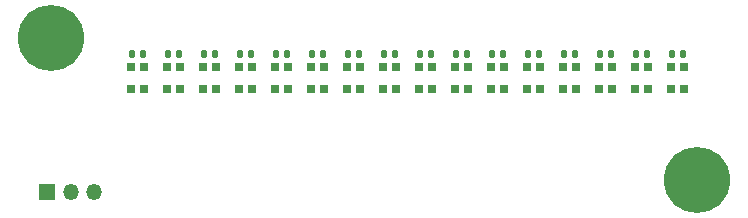
<source format=gbr>
%TF.GenerationSoftware,KiCad,Pcbnew,(7.99.0-267-g8440d7258b)*%
%TF.CreationDate,2023-05-05T01:06:14-07:00*%
%TF.ProjectId,1_2og_lightbar,315f326f-675f-46c6-9967-68746261722e,rev?*%
%TF.SameCoordinates,Original*%
%TF.FileFunction,Soldermask,Top*%
%TF.FilePolarity,Negative*%
%FSLAX46Y46*%
G04 Gerber Fmt 4.6, Leading zero omitted, Abs format (unit mm)*
G04 Created by KiCad (PCBNEW (7.99.0-267-g8440d7258b)) date 2023-05-05 01:06:14*
%MOMM*%
%LPD*%
G01*
G04 APERTURE LIST*
G04 Aperture macros list*
%AMRoundRect*
0 Rectangle with rounded corners*
0 $1 Rounding radius*
0 $2 $3 $4 $5 $6 $7 $8 $9 X,Y pos of 4 corners*
0 Add a 4 corners polygon primitive as box body*
4,1,4,$2,$3,$4,$5,$6,$7,$8,$9,$2,$3,0*
0 Add four circle primitives for the rounded corners*
1,1,$1+$1,$2,$3*
1,1,$1+$1,$4,$5*
1,1,$1+$1,$6,$7*
1,1,$1+$1,$8,$9*
0 Add four rect primitives between the rounded corners*
20,1,$1+$1,$2,$3,$4,$5,0*
20,1,$1+$1,$4,$5,$6,$7,0*
20,1,$1+$1,$6,$7,$8,$9,0*
20,1,$1+$1,$8,$9,$2,$3,0*%
G04 Aperture macros list end*
%ADD10RoundRect,0.140000X-0.140000X-0.170000X0.140000X-0.170000X0.140000X0.170000X-0.140000X0.170000X0*%
%ADD11RoundRect,0.105000X0.245000X-0.245000X0.245000X0.245000X-0.245000X0.245000X-0.245000X-0.245000X0*%
%ADD12C,3.600000*%
%ADD13C,5.600000*%
%ADD14R,1.350000X1.350000*%
%ADD15O,1.350000X1.350000*%
G04 APERTURE END LIST*
D10*
%TO.C,C14*%
X69370000Y-21742000D03*
X70330000Y-21742000D03*
%TD*%
%TO.C,C11*%
X60226000Y-21742000D03*
X61186000Y-21742000D03*
%TD*%
D11*
%TO.C,D3*%
X35772000Y-24664000D03*
X36872000Y-24664000D03*
X36872000Y-22834000D03*
X35772000Y-22834000D03*
%TD*%
D10*
%TO.C,C4*%
X38890000Y-21742000D03*
X39850000Y-21742000D03*
%TD*%
D11*
%TO.C,D16*%
X75396000Y-24664000D03*
X76496000Y-24664000D03*
X76496000Y-22834000D03*
X75396000Y-22834000D03*
%TD*%
D12*
%TO.C,H2*%
X77597000Y-32385000D03*
D13*
X77597000Y-32385000D03*
%TD*%
D11*
%TO.C,D11*%
X60156000Y-24664000D03*
X61256000Y-24664000D03*
X61256000Y-22834000D03*
X60156000Y-22834000D03*
%TD*%
D10*
%TO.C,C7*%
X48034000Y-21742000D03*
X48994000Y-21742000D03*
%TD*%
%TO.C,C12*%
X63274000Y-21742000D03*
X64234000Y-21742000D03*
%TD*%
D11*
%TO.C,D4*%
X38820000Y-24664000D03*
X39920000Y-24664000D03*
X39920000Y-22834000D03*
X38820000Y-22834000D03*
%TD*%
D10*
%TO.C,C1*%
X29746000Y-21742000D03*
X30706000Y-21742000D03*
%TD*%
%TO.C,C9*%
X54130000Y-21742000D03*
X55090000Y-21742000D03*
%TD*%
%TO.C,C10*%
X57178000Y-21742000D03*
X58138000Y-21742000D03*
%TD*%
D11*
%TO.C,D6*%
X44916000Y-24664000D03*
X46016000Y-24664000D03*
X46016000Y-22834000D03*
X44916000Y-22834000D03*
%TD*%
D10*
%TO.C,C16*%
X75466000Y-21742000D03*
X76426000Y-21742000D03*
%TD*%
D11*
%TO.C,D12*%
X63204000Y-24664000D03*
X64304000Y-24664000D03*
X64304000Y-22834000D03*
X63204000Y-22834000D03*
%TD*%
%TO.C,D10*%
X57108000Y-24664000D03*
X58208000Y-24664000D03*
X58208000Y-22834000D03*
X57108000Y-22834000D03*
%TD*%
%TO.C,D14*%
X69300000Y-24664000D03*
X70400000Y-24664000D03*
X70400000Y-22834000D03*
X69300000Y-22834000D03*
%TD*%
D10*
%TO.C,C2*%
X32794000Y-21742000D03*
X33754000Y-21742000D03*
%TD*%
%TO.C,C3*%
X35842000Y-21742000D03*
X36802000Y-21742000D03*
%TD*%
D11*
%TO.C,D1*%
X29676000Y-24664000D03*
X30776000Y-24664000D03*
X30776000Y-22834000D03*
X29676000Y-22834000D03*
%TD*%
D14*
%TO.C,J1*%
X22542999Y-33400999D03*
D15*
X24542999Y-33400999D03*
X26542999Y-33400999D03*
%TD*%
D10*
%TO.C,C8*%
X51082000Y-21742000D03*
X52042000Y-21742000D03*
%TD*%
D11*
%TO.C,D9*%
X54060000Y-24664000D03*
X55160000Y-24664000D03*
X55160000Y-22834000D03*
X54060000Y-22834000D03*
%TD*%
%TO.C,D13*%
X66252000Y-24664000D03*
X67352000Y-24664000D03*
X67352000Y-22834000D03*
X66252000Y-22834000D03*
%TD*%
%TO.C,D2*%
X32724000Y-24664000D03*
X33824000Y-24664000D03*
X33824000Y-22834000D03*
X32724000Y-22834000D03*
%TD*%
D10*
%TO.C,C6*%
X44986000Y-21742000D03*
X45946000Y-21742000D03*
%TD*%
D11*
%TO.C,D8*%
X51012000Y-24664000D03*
X52112000Y-24664000D03*
X52112000Y-22834000D03*
X51012000Y-22834000D03*
%TD*%
D10*
%TO.C,C13*%
X66322000Y-21742000D03*
X67282000Y-21742000D03*
%TD*%
D11*
%TO.C,D7*%
X47964000Y-24664000D03*
X49064000Y-24664000D03*
X49064000Y-22834000D03*
X47964000Y-22834000D03*
%TD*%
D10*
%TO.C,C5*%
X41938000Y-21742000D03*
X42898000Y-21742000D03*
%TD*%
%TO.C,C15*%
X72418000Y-21742000D03*
X73378000Y-21742000D03*
%TD*%
D12*
%TO.C,H1*%
X22879961Y-20362871D03*
D13*
X22879961Y-20362871D03*
%TD*%
D11*
%TO.C,D5*%
X41868000Y-24664000D03*
X42968000Y-24664000D03*
X42968000Y-22834000D03*
X41868000Y-22834000D03*
%TD*%
%TO.C,D15*%
X72348000Y-24664000D03*
X73448000Y-24664000D03*
X73448000Y-22834000D03*
X72348000Y-22834000D03*
%TD*%
M02*

</source>
